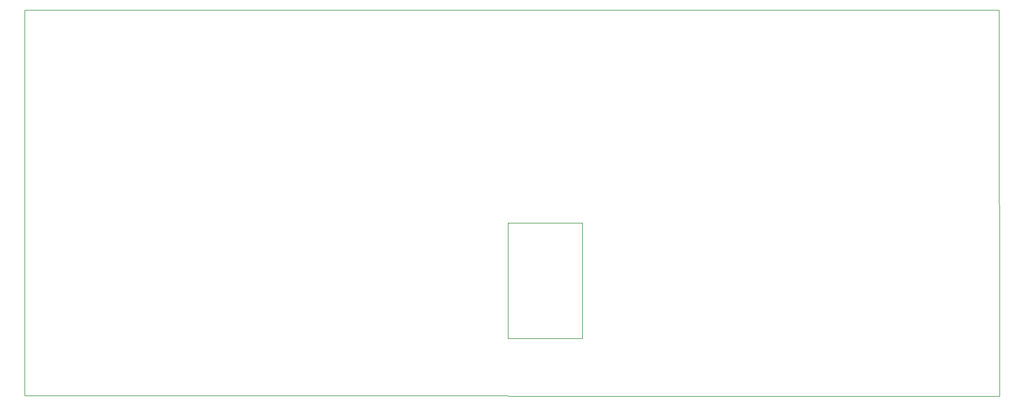
<source format=gbr>
%TF.GenerationSoftware,KiCad,Pcbnew,8.0.3*%
%TF.CreationDate,2024-11-03T20:58:56+01:00*%
%TF.ProjectId,Rev2_RGB2HDMI,52657632-5f52-4474-9232-48444d492e6b,rev?*%
%TF.SameCoordinates,Original*%
%TF.FileFunction,Profile,NP*%
%FSLAX46Y46*%
G04 Gerber Fmt 4.6, Leading zero omitted, Abs format (unit mm)*
G04 Created by KiCad (PCBNEW 8.0.3) date 2024-11-03 20:58:56*
%MOMM*%
%LPD*%
G01*
G04 APERTURE LIST*
%TA.AperFunction,Profile*%
%ADD10C,0.100000*%
%TD*%
G04 APERTURE END LIST*
D10*
X144451402Y-72902202D02*
X155201402Y-72902202D01*
X155201402Y-89652202D01*
X144451402Y-89652202D01*
X144451402Y-72902202D01*
X215605925Y-42003625D02*
X215638925Y-98016225D01*
X74459925Y-97985025D02*
X74459925Y-41985025D01*
X74459925Y-41985025D02*
X215605925Y-42003625D01*
X215638925Y-98016225D02*
X74459925Y-97985025D01*
M02*

</source>
